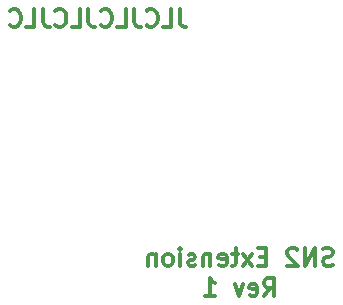
<source format=gbr>
G04 #@! TF.GenerationSoftware,KiCad,Pcbnew,(5.1.9)-1*
G04 #@! TF.CreationDate,2021-01-23T22:28:55+01:00*
G04 #@! TF.ProjectId,SNModule,534e4d6f-6475-46c6-952e-6b696361645f,rev?*
G04 #@! TF.SameCoordinates,Original*
G04 #@! TF.FileFunction,Legend,Bot*
G04 #@! TF.FilePolarity,Positive*
%FSLAX46Y46*%
G04 Gerber Fmt 4.6, Leading zero omitted, Abs format (unit mm)*
G04 Created by KiCad (PCBNEW (5.1.9)-1) date 2021-01-23 22:28:55*
%MOMM*%
%LPD*%
G01*
G04 APERTURE LIST*
%ADD10C,0.300000*%
G04 APERTURE END LIST*
D10*
X102457142Y-64032142D02*
X102242857Y-64103571D01*
X101885714Y-64103571D01*
X101742857Y-64032142D01*
X101671428Y-63960714D01*
X101600000Y-63817857D01*
X101600000Y-63675000D01*
X101671428Y-63532142D01*
X101742857Y-63460714D01*
X101885714Y-63389285D01*
X102171428Y-63317857D01*
X102314285Y-63246428D01*
X102385714Y-63175000D01*
X102457142Y-63032142D01*
X102457142Y-62889285D01*
X102385714Y-62746428D01*
X102314285Y-62675000D01*
X102171428Y-62603571D01*
X101814285Y-62603571D01*
X101600000Y-62675000D01*
X100957142Y-64103571D02*
X100957142Y-62603571D01*
X100100000Y-64103571D01*
X100100000Y-62603571D01*
X99457142Y-62746428D02*
X99385714Y-62675000D01*
X99242857Y-62603571D01*
X98885714Y-62603571D01*
X98742857Y-62675000D01*
X98671428Y-62746428D01*
X98600000Y-62889285D01*
X98600000Y-63032142D01*
X98671428Y-63246428D01*
X99528571Y-64103571D01*
X98600000Y-64103571D01*
X96814285Y-63317857D02*
X96314285Y-63317857D01*
X96100000Y-64103571D02*
X96814285Y-64103571D01*
X96814285Y-62603571D01*
X96100000Y-62603571D01*
X95600000Y-64103571D02*
X94814285Y-63103571D01*
X95600000Y-63103571D02*
X94814285Y-64103571D01*
X94457142Y-63103571D02*
X93885714Y-63103571D01*
X94242857Y-62603571D02*
X94242857Y-63889285D01*
X94171428Y-64032142D01*
X94028571Y-64103571D01*
X93885714Y-64103571D01*
X92814285Y-64032142D02*
X92957142Y-64103571D01*
X93242857Y-64103571D01*
X93385714Y-64032142D01*
X93457142Y-63889285D01*
X93457142Y-63317857D01*
X93385714Y-63175000D01*
X93242857Y-63103571D01*
X92957142Y-63103571D01*
X92814285Y-63175000D01*
X92742857Y-63317857D01*
X92742857Y-63460714D01*
X93457142Y-63603571D01*
X92100000Y-63103571D02*
X92100000Y-64103571D01*
X92100000Y-63246428D02*
X92028571Y-63175000D01*
X91885714Y-63103571D01*
X91671428Y-63103571D01*
X91528571Y-63175000D01*
X91457142Y-63317857D01*
X91457142Y-64103571D01*
X90814285Y-64032142D02*
X90671428Y-64103571D01*
X90385714Y-64103571D01*
X90242857Y-64032142D01*
X90171428Y-63889285D01*
X90171428Y-63817857D01*
X90242857Y-63675000D01*
X90385714Y-63603571D01*
X90600000Y-63603571D01*
X90742857Y-63532142D01*
X90814285Y-63389285D01*
X90814285Y-63317857D01*
X90742857Y-63175000D01*
X90600000Y-63103571D01*
X90385714Y-63103571D01*
X90242857Y-63175000D01*
X89528571Y-64103571D02*
X89528571Y-63103571D01*
X89528571Y-62603571D02*
X89600000Y-62675000D01*
X89528571Y-62746428D01*
X89457142Y-62675000D01*
X89528571Y-62603571D01*
X89528571Y-62746428D01*
X88600000Y-64103571D02*
X88742857Y-64032142D01*
X88814285Y-63960714D01*
X88885714Y-63817857D01*
X88885714Y-63389285D01*
X88814285Y-63246428D01*
X88742857Y-63175000D01*
X88600000Y-63103571D01*
X88385714Y-63103571D01*
X88242857Y-63175000D01*
X88171428Y-63246428D01*
X88100000Y-63389285D01*
X88100000Y-63817857D01*
X88171428Y-63960714D01*
X88242857Y-64032142D01*
X88385714Y-64103571D01*
X88600000Y-64103571D01*
X87457142Y-63103571D02*
X87457142Y-64103571D01*
X87457142Y-63246428D02*
X87385714Y-63175000D01*
X87242857Y-63103571D01*
X87028571Y-63103571D01*
X86885714Y-63175000D01*
X86814285Y-63317857D01*
X86814285Y-64103571D01*
X96635714Y-66653571D02*
X97135714Y-65939285D01*
X97492857Y-66653571D02*
X97492857Y-65153571D01*
X96921428Y-65153571D01*
X96778571Y-65225000D01*
X96707142Y-65296428D01*
X96635714Y-65439285D01*
X96635714Y-65653571D01*
X96707142Y-65796428D01*
X96778571Y-65867857D01*
X96921428Y-65939285D01*
X97492857Y-65939285D01*
X95421428Y-66582142D02*
X95564285Y-66653571D01*
X95850000Y-66653571D01*
X95992857Y-66582142D01*
X96064285Y-66439285D01*
X96064285Y-65867857D01*
X95992857Y-65725000D01*
X95850000Y-65653571D01*
X95564285Y-65653571D01*
X95421428Y-65725000D01*
X95350000Y-65867857D01*
X95350000Y-66010714D01*
X96064285Y-66153571D01*
X94850000Y-65653571D02*
X94492857Y-66653571D01*
X94135714Y-65653571D01*
X91635714Y-66653571D02*
X92492857Y-66653571D01*
X92064285Y-66653571D02*
X92064285Y-65153571D01*
X92207142Y-65367857D01*
X92350000Y-65510714D01*
X92492857Y-65582142D01*
X89478571Y-42358571D02*
X89478571Y-43430000D01*
X89550000Y-43644285D01*
X89692857Y-43787142D01*
X89907142Y-43858571D01*
X90050000Y-43858571D01*
X88050000Y-43858571D02*
X88764285Y-43858571D01*
X88764285Y-42358571D01*
X86692857Y-43715714D02*
X86764285Y-43787142D01*
X86978571Y-43858571D01*
X87121428Y-43858571D01*
X87335714Y-43787142D01*
X87478571Y-43644285D01*
X87550000Y-43501428D01*
X87621428Y-43215714D01*
X87621428Y-43001428D01*
X87550000Y-42715714D01*
X87478571Y-42572857D01*
X87335714Y-42430000D01*
X87121428Y-42358571D01*
X86978571Y-42358571D01*
X86764285Y-42430000D01*
X86692857Y-42501428D01*
X85621428Y-42358571D02*
X85621428Y-43430000D01*
X85692857Y-43644285D01*
X85835714Y-43787142D01*
X86050000Y-43858571D01*
X86192857Y-43858571D01*
X84192857Y-43858571D02*
X84907142Y-43858571D01*
X84907142Y-42358571D01*
X82835714Y-43715714D02*
X82907142Y-43787142D01*
X83121428Y-43858571D01*
X83264285Y-43858571D01*
X83478571Y-43787142D01*
X83621428Y-43644285D01*
X83692857Y-43501428D01*
X83764285Y-43215714D01*
X83764285Y-43001428D01*
X83692857Y-42715714D01*
X83621428Y-42572857D01*
X83478571Y-42430000D01*
X83264285Y-42358571D01*
X83121428Y-42358571D01*
X82907142Y-42430000D01*
X82835714Y-42501428D01*
X81764285Y-42358571D02*
X81764285Y-43430000D01*
X81835714Y-43644285D01*
X81978571Y-43787142D01*
X82192857Y-43858571D01*
X82335714Y-43858571D01*
X80335714Y-43858571D02*
X81050000Y-43858571D01*
X81050000Y-42358571D01*
X78978571Y-43715714D02*
X79050000Y-43787142D01*
X79264285Y-43858571D01*
X79407142Y-43858571D01*
X79621428Y-43787142D01*
X79764285Y-43644285D01*
X79835714Y-43501428D01*
X79907142Y-43215714D01*
X79907142Y-43001428D01*
X79835714Y-42715714D01*
X79764285Y-42572857D01*
X79621428Y-42430000D01*
X79407142Y-42358571D01*
X79264285Y-42358571D01*
X79050000Y-42430000D01*
X78978571Y-42501428D01*
X77907142Y-42358571D02*
X77907142Y-43430000D01*
X77978571Y-43644285D01*
X78121428Y-43787142D01*
X78335714Y-43858571D01*
X78478571Y-43858571D01*
X76478571Y-43858571D02*
X77192857Y-43858571D01*
X77192857Y-42358571D01*
X75121428Y-43715714D02*
X75192857Y-43787142D01*
X75407142Y-43858571D01*
X75550000Y-43858571D01*
X75764285Y-43787142D01*
X75907142Y-43644285D01*
X75978571Y-43501428D01*
X76050000Y-43215714D01*
X76050000Y-43001428D01*
X75978571Y-42715714D01*
X75907142Y-42572857D01*
X75764285Y-42430000D01*
X75550000Y-42358571D01*
X75407142Y-42358571D01*
X75192857Y-42430000D01*
X75121428Y-42501428D01*
M02*

</source>
